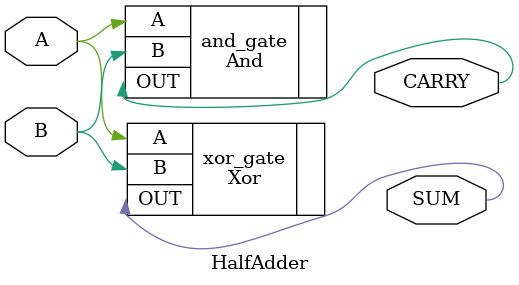
<source format=v>
/**
 * The module HalfAdder is a half adder
 * Adds two 1-bit values, produces sum and carry
 * 
 * SUM = A XOR B
 * CARRY = A AND B
 */
`default_nettype none
module HalfAdder(
    // Data Interface
    input A,
    input B,
    output SUM,
    output CARRY
);

    // Module instantiations
    
    Xor xor_gate(.A(A), .B(B), .OUT(SUM));
    And and_gate(.A(A), .B(B), .OUT(CARRY));

endmodule

</source>
